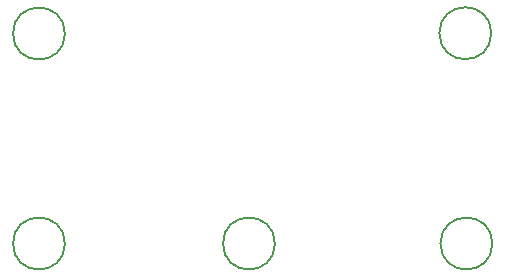
<source format=gbr>
%TF.GenerationSoftware,KiCad,Pcbnew,8.0.7+1*%
%TF.CreationDate,2025-02-03T22:01:07+01:00*%
%TF.ProjectId,passiveVCA,70617373-6976-4655-9643-412e6b696361,rev?*%
%TF.SameCoordinates,Original*%
%TF.FileFunction,Other,Comment*%
%FSLAX46Y46*%
G04 Gerber Fmt 4.6, Leading zero omitted, Abs format (unit mm)*
G04 Created by KiCad (PCBNEW 8.0.7+1) date 2025-02-03 22:01:07*
%MOMM*%
%LPD*%
G01*
G04 APERTURE LIST*
%ADD10C,0.150000*%
G04 APERTURE END LIST*
D10*
%TO.C,H5*%
X91100000Y-90805000D02*
G75*
G02*
X86700000Y-90805000I-2200000J0D01*
G01*
X86700000Y-90805000D02*
G75*
G02*
X91100000Y-90805000I2200000J0D01*
G01*
%TO.C,H4*%
X127295000Y-90805000D02*
G75*
G02*
X122895000Y-90805000I-2200000J0D01*
G01*
X122895000Y-90805000D02*
G75*
G02*
X127295000Y-90805000I2200000J0D01*
G01*
%TO.C,H3*%
X127200000Y-73000000D02*
G75*
G02*
X122800000Y-73000000I-2200000J0D01*
G01*
X122800000Y-73000000D02*
G75*
G02*
X127200000Y-73000000I2200000J0D01*
G01*
%TO.C,H2*%
X108880000Y-90805000D02*
G75*
G02*
X104480000Y-90805000I-2200000J0D01*
G01*
X104480000Y-90805000D02*
G75*
G02*
X108880000Y-90805000I2200000J0D01*
G01*
%TO.C,H1*%
X91100000Y-73025000D02*
G75*
G02*
X86700000Y-73025000I-2200000J0D01*
G01*
X86700000Y-73025000D02*
G75*
G02*
X91100000Y-73025000I2200000J0D01*
G01*
%TD*%
M02*

</source>
